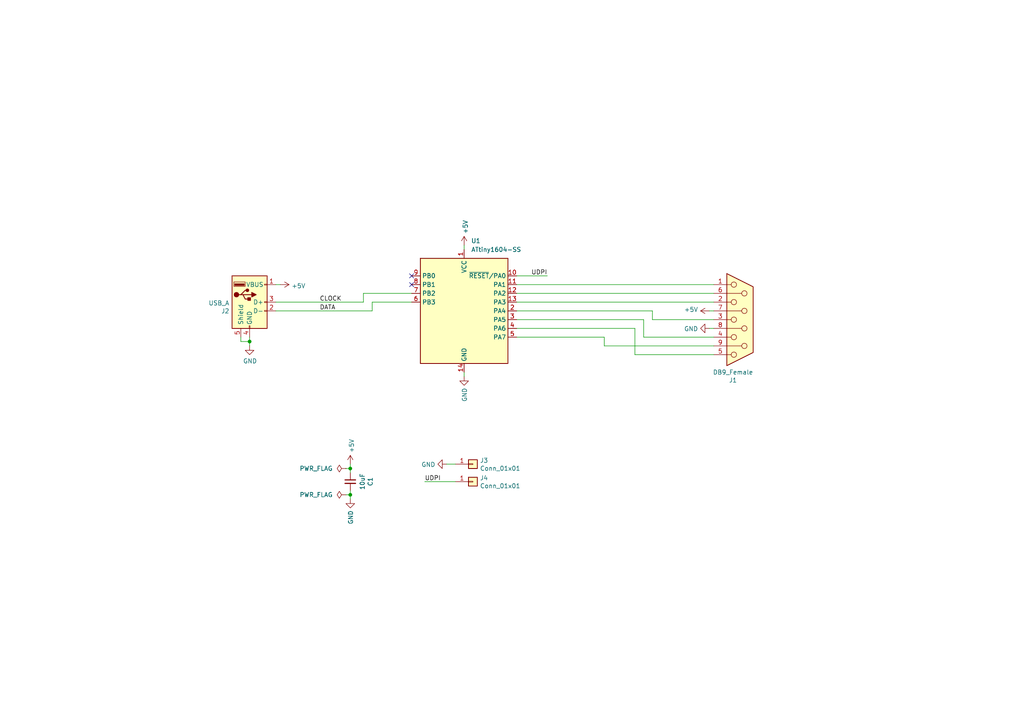
<source format=kicad_sch>
(kicad_sch (version 20211123) (generator eeschema)
  (paper "A4")
  (lib_symbols
    (symbol "Connector:DB9_Female" (pin_names (offset 1.016) hide)
      (property "Reference" "J" (at 0 13.97 0))
      (property "Value" "DB9_Female" (at 0 -14.605 0))
      (symbol "DB9_Female_0_1"
        (circle (center -1.778 -10.16) (radius 0.762))
        (circle (center -1.778 -5.08) (radius 0.762))
        (circle (center -1.778 0) (radius 0.762))
        (circle (center -1.778 5.08) (radius 0.762))
        (circle (center -1.778 10.16) (radius 0.762))
        (polyline (pts (xy -3.81 -10.16) (xy -2.54 -10.16)))
        (polyline (pts (xy -3.81 -7.62) (xy 0.508 -7.62)))
        (polyline (pts (xy -3.81 -5.08) (xy -2.54 -5.08)))
        (polyline (pts (xy -3.81 -2.54) (xy 0.508 -2.54)))
        (polyline (pts (xy -3.81 0) (xy -2.54 0)))
        (polyline (pts (xy -3.81 2.54) (xy 0.508 2.54)))
        (polyline (pts (xy -3.81 5.08) (xy -2.54 5.08)))
        (polyline (pts (xy -3.81 7.62) (xy 0.508 7.62)))
        (polyline (pts (xy -3.81 10.16) (xy -2.54 10.16)))
        (polyline (pts (xy -3.81 13.335) (xy -3.81 -13.335) (xy 3.81 -9.525) (xy 3.81 9.525) (xy -3.81 13.335)) (stroke (width 0.254)) (fill (type background)))
        (circle (center 1.27 -7.62) (radius 0.762))
        (circle (center 1.27 -2.54) (radius 0.762))
        (circle (center 1.27 2.54) (radius 0.762))
        (circle (center 1.27 7.62) (radius 0.762))
      )
      (symbol "DB9_Female_1_1"
        (pin passive line (at -7.62 10.16 0) (length 3.81) (name "1") (number "1"))
        (pin passive line (at -7.62 5.08 0) (length 3.81) (name "2") (number "2"))
        (pin passive line (at -7.62 0 0) (length 3.81) (name "3") (number "3"))
        (pin passive line (at -7.62 -5.08 0) (length 3.81) (name "4") (number "4"))
        (pin passive line (at -7.62 -10.16 0) (length 3.81) (name "5") (number "5"))
        (pin passive line (at -7.62 7.62 0) (length 3.81) (name "6") (number "6"))
        (pin passive line (at -7.62 2.54 0) (length 3.81) (name "7") (number "7"))
        (pin passive line (at -7.62 -2.54 0) (length 3.81) (name "8") (number "8"))
        (pin passive line (at -7.62 -7.62 0) (length 3.81) (name "9") (number "9"))
      )
    )
    (symbol "Connector_Generic:Conn_01x01" (pin_names (offset 1.016) hide)
      (property "Reference" "J" (at 0 2.54 0))
      (property "Value" "Conn_01x01" (at 0 -2.54 0))
      (symbol "Conn_01x01_1_1"
        (rectangle (start -1.27 0.127) (end 0 -0.127) (stroke (width 0.1524)))
        (rectangle (start -1.27 1.27) (end 1.27 -1.27) (stroke (width 0.254)) (fill (type background)))
        (pin passive line (at -5.08 0 0) (length 3.81) (name "Pin_1") (number "1"))
      )
    )
    (symbol "Device:C_Small" (pin_numbers hide) (pin_names (offset 0.254) hide)
      (property "Reference" "C" (at 0.254 1.778 0))
      (property "Value" "C_Small" (at 0.254 -2.032 0))
      (symbol "C_Small_0_1"
        (polyline (pts (xy -1.524 -0.508) (xy 1.524 -0.508)) (stroke (width 0.3302)))
        (polyline (pts (xy -1.524 0.508) (xy 1.524 0.508)) (stroke (width 0.3048)))
      )
      (symbol "C_Small_1_1"
        (pin passive line (at 0 2.54 270) (length 2.032) (name "~") (number "1"))
        (pin passive line (at 0 -2.54 90) (length 2.032) (name "~") (number "2"))
      )
    )
    (symbol "MCU_Microchip_ATtiny:ATtiny1604-SS"
      (property "Reference" "U" (at -12.7 16.51 0))
      (property "Value" "ATtiny1604-SS" (at 2.54 -16.51 0))
      (symbol "ATtiny1604-SS_0_1"
        (rectangle (start -12.7 -15.24) (end 12.7 15.24) (stroke (width 0.254)) (fill (type background)))
      )
      (symbol "ATtiny1604-SS_1_1"
        (pin power_in line (at 0 17.78 270) (length 2.54) (name "VCC") (number "1"))
        (pin bidirectional line (at 15.24 10.16 180) (length 2.54) (name "~{RESET}/PA0") (number "10"))
        (pin bidirectional line (at 15.24 7.62 180) (length 2.54) (name "PA1") (number "11"))
        (pin bidirectional line (at 15.24 5.08 180) (length 2.54) (name "PA2") (number "12"))
        (pin bidirectional line (at 15.24 2.54 180) (length 2.54) (name "PA3") (number "13"))
        (pin power_in line (at 0 -17.78 90) (length 2.54) (name "GND") (number "14"))
        (pin bidirectional line (at 15.24 0 180) (length 2.54) (name "PA4") (number "2"))
        (pin bidirectional line (at 15.24 -2.54 180) (length 2.54) (name "PA5") (number "3"))
        (pin bidirectional line (at 15.24 -5.08 180) (length 2.54) (name "PA6") (number "4"))
        (pin bidirectional line (at 15.24 -7.62 180) (length 2.54) (name "PA7") (number "5"))
        (pin bidirectional line (at -15.24 2.54 0) (length 2.54) (name "PB3") (number "6"))
        (pin bidirectional line (at -15.24 5.08 0) (length 2.54) (name "PB2") (number "7"))
        (pin bidirectional line (at -15.24 7.62 0) (length 2.54) (name "PB1") (number "8"))
        (pin bidirectional line (at -15.24 10.16 0) (length 2.54) (name "PB0") (number "9"))
      )
    )
    (symbol "adapter-rescue:USB_A-Connector" (pin_names (offset 1.016))
      (property "Reference" "J" (at -5.08 11.43 0))
      (property "Value" "USB_A-Connector" (at -5.08 8.89 0))
      (symbol "USB_A-Connector_0_1"
        (rectangle (start -5.08 -7.62) (end 5.08 7.62) (stroke (width 0.254)) (fill (type background)))
        (circle (center -3.81 2.159) (radius 0.635) (stroke (width 0.254)) (fill (type outline)))
        (rectangle (start -1.524 4.826) (end -4.318 5.334) (fill (type outline)))
        (rectangle (start -1.27 4.572) (end -4.572 5.842))
        (circle (center -0.635 3.429) (radius 0.381) (stroke (width 0.254)) (fill (type outline)))
        (rectangle (start -0.127 -7.62) (end 0.127 -6.858))
        (polyline (pts (xy -3.175 2.159) (xy -2.54 2.159) (xy -1.27 3.429) (xy -0.635 3.429)) (stroke (width 0.254)))
        (polyline (pts (xy -2.54 2.159) (xy -1.905 2.159) (xy -1.27 0.889) (xy 0 0.889)) (stroke (width 0.254)))
        (polyline (pts (xy 0.635 2.794) (xy 0.635 1.524) (xy 1.905 2.159) (xy 0.635 2.794)) (stroke (width 0.254)) (fill (type outline)))
        (rectangle (start 0.254 1.27) (end -0.508 0.508) (stroke (width 0.254)) (fill (type outline)))
        (rectangle (start 5.08 -2.667) (end 4.318 -2.413))
        (rectangle (start 5.08 -0.127) (end 4.318 0.127))
        (rectangle (start 5.08 4.953) (end 4.318 5.207))
      )
      (symbol "USB_A-Connector_1_1"
        (polyline (pts (xy -1.905 2.159) (xy 0.635 2.159)) (stroke (width 0.254)))
        (pin power_in line (at 7.62 5.08 180) (length 2.54) (name "VBUS") (number "1"))
        (pin passive line (at 7.62 -2.54 180) (length 2.54) (name "D-") (number "2"))
        (pin passive line (at 7.62 0 180) (length 2.54) (name "D+") (number "3"))
        (pin power_in line (at 0 -10.16 90) (length 2.54) (name "GND") (number "4"))
        (pin passive line (at -2.54 -10.16 90) (length 2.54) (name "Shield") (number "5"))
      )
    )
    (symbol "power:+5V" (power) (pin_names (offset 0))
      (property "Value" "+5V" (at 0 3.556 0))
      (symbol "+5V_0_1"
        (polyline (pts (xy -0.762 1.27) (xy 0 2.54)))
        (polyline (pts (xy 0 0) (xy 0 2.54)))
        (polyline (pts (xy 0 2.54) (xy 0.762 1.27)))
      )
      (symbol "+5V_1_1"
        (pin power_in line (at 0 0 90) (length 0) hide (name "+5V") (number "1"))
      )
    )
    (symbol "power:GND" (power) (pin_names (offset 0))
      (property "Value" "GND" (at 0 -3.81 0))
      (symbol "GND_0_1"
        (polyline (pts (xy 0 0) (xy 0 -1.27) (xy 1.27 -1.27) (xy 0 -2.54) (xy -1.27 -1.27) (xy 0 -1.27)))
      )
      (symbol "GND_1_1"
        (pin power_in line (at 0 0 270) (length 0) hide (name "GND") (number "1"))
      )
    )
    (symbol "power:PWR_FLAG" (power) (pin_numbers hide) (pin_names (offset 0) hide)
      (property "Value" "PWR_FLAG" (at 0 3.81 0))
      (symbol "PWR_FLAG_0_0"
        (pin power_out line (at 0 0 90) (length 0) (name "pwr") (number "1"))
      )
      (symbol "PWR_FLAG_0_1"
        (polyline (pts (xy 0 0) (xy 0 1.27) (xy -1.016 1.905) (xy 0 2.54) (xy 1.016 1.905) (xy 0 1.27)))
      )
    )
  )
  (junction (at 72.39 99.06))
  (junction (at 101.6 143.51))
  (junction (at 101.6 135.89))
  (no_connect (at 119.38 80.01))
  (no_connect (at 119.38 82.55))
  (wire (pts (xy 149.86 87.63) (xy 207.01 87.63)))
  (wire (pts (xy 101.6 135.89) (xy 101.6 137.16)))
  (wire (pts (xy 107.95 87.63) (xy 119.38 87.63)))
  (wire (pts (xy 101.6 142.24) (xy 101.6 143.51)))
  (wire (pts (xy 189.23 90.17) (xy 189.23 92.71)))
  (wire (pts (xy 207.01 100.33) (xy 175.26 100.33)))
  (wire (pts (xy 105.41 85.09) (xy 119.38 85.09)))
  (wire (pts (xy 80.01 82.55) (xy 81.28 82.55)))
  (wire (pts (xy 134.62 71.12) (xy 134.62 72.39)))
  (wire (pts (xy 80.01 87.63) (xy 105.41 87.63)))
  (wire (pts (xy 100.33 143.51) (xy 101.6 143.51)))
  (wire (pts (xy 149.86 92.71) (xy 186.69 92.71)))
  (wire (pts (xy 72.39 99.06) (xy 72.39 100.33)))
  (wire (pts (xy 72.39 97.79) (xy 72.39 99.06)))
  (wire (pts (xy 107.95 90.17) (xy 107.95 87.63)))
  (wire (pts (xy 101.6 143.51) (xy 101.6 144.78)))
  (wire (pts (xy 72.39 99.06) (xy 69.85 99.06)))
  (wire (pts (xy 207.01 90.17) (xy 205.74 90.17)))
  (wire (pts (xy 149.86 80.01) (xy 158.75 80.01)))
  (wire (pts (xy 129.54 134.62) (xy 132.08 134.62)))
  (wire (pts (xy 184.15 102.87) (xy 207.01 102.87)))
  (wire (pts (xy 149.86 85.09) (xy 207.01 85.09)))
  (wire (pts (xy 186.69 97.79) (xy 207.01 97.79)))
  (wire (pts (xy 69.85 99.06) (xy 69.85 97.79)))
  (wire (pts (xy 149.86 95.25) (xy 184.15 95.25)))
  (wire (pts (xy 189.23 92.71) (xy 207.01 92.71)))
  (wire (pts (xy 100.33 135.89) (xy 101.6 135.89)))
  (wire (pts (xy 184.15 95.25) (xy 184.15 102.87)))
  (wire (pts (xy 207.01 95.25) (xy 205.74 95.25)))
  (wire (pts (xy 101.6 134.62) (xy 101.6 135.89)))
  (wire (pts (xy 175.26 100.33) (xy 175.26 97.79)))
  (wire (pts (xy 186.69 92.71) (xy 186.69 97.79)))
  (wire (pts (xy 175.26 97.79) (xy 149.86 97.79)))
  (wire (pts (xy 105.41 87.63) (xy 105.41 85.09)))
  (wire (pts (xy 149.86 90.17) (xy 189.23 90.17)))
  (wire (pts (xy 80.01 90.17) (xy 107.95 90.17)))
  (wire (pts (xy 132.08 139.7) (xy 123.19 139.7)))
  (wire (pts (xy 134.62 107.95) (xy 134.62 109.22)))
  (wire (pts (xy 149.86 82.55) (xy 207.01 82.55)))
  (label "UDPI" (at 158.75 80.01 180))
  (label "DATA" (at 92.71 90.17 0))
  (label "UDPI" (at 123.19 139.7 0))
  (label "CLOCK" (at 92.71 87.63 0))
  (symbol (lib_id "adapter-rescue:USB_A-Connector") (at 72.39 87.63 0) (unit 1)
    (property "Reference" "J2" (at 66.548 90.2208 0) (effects (justify right)))
    (property "Value" "USB_A" (at 66.548 87.9094 0) (effects (justify right)))
    (property "Footprint" "Connector_USB:USB_A_TE_292303-7_Horizontal" (effects hide))
    (property "Datasheet" " ~" (effects hide))
  )
  (symbol (lib_id "power:GND") (at 72.39 100.33 0) (unit 1)
    (property "Reference" "#PWR0102" (effects hide))
    (property "Value" "GND" (at 72.517 104.7242 0))
  )
  (symbol (lib_id "power:+5V") (at 81.28 82.55 270) (unit 1)
    (property "Reference" "#PWR0104" (effects hide))
    (property "Value" "+5V" (at 84.5312 82.931 90) (effects (justify left)))
  )
  (symbol (lib_id "Connector:DB9_Female") (at 214.63 92.71 0) (unit 1)
    (property "Reference" "J1" (at 212.598 110.2868 0))
    (property "Value" "DB9_Female" (at 212.598 107.9754 0))
    (property "Footprint" "Connector_Dsub:DSUB-9_Female_EdgeMount_P2.77mm" (effects hide))
    (property "Datasheet" " ~" (effects hide))
  )
  (symbol (lib_id "power:GND") (at 205.74 95.25 270) (unit 1)
    (property "Reference" "#PWR0105" (effects hide))
    (property "Value" "GND" (at 202.4888 95.377 90) (effects (justify right)))
  )
  (symbol (lib_id "power:+5V") (at 205.74 90.17 90) (unit 1)
    (property "Reference" "#PWR0106" (effects hide))
    (property "Value" "+5V" (at 202.4888 89.789 90) (effects (justify left)))
  )
  (symbol (lib_id "Device:C_Small") (at 101.6 139.7 0) (unit 1)
    (property "Reference" "C1" (at 107.4166 139.7 90))
    (property "Value" "10uF" (at 105.1052 139.7 90))
    (property "Footprint" "Capacitor_SMD:C_0805_2012Metric_Pad1.18x1.45mm_HandSolder" (effects hide))
  )
  (symbol (lib_id "power:+5V") (at 101.6 134.62 0) (unit 1)
    (property "Reference" "#PWR0107" (effects hide))
    (property "Value" "+5V" (at 101.981 131.3688 90) (effects (justify left)))
  )
  (symbol (lib_id "power:GND") (at 101.6 144.78 0) (unit 1)
    (property "Reference" "#PWR0108" (effects hide))
    (property "Value" "GND" (at 101.727 148.0312 90) (effects (justify right)))
  )
  (symbol (lib_id "Connector_Generic:Conn_01x01") (at 137.16 134.62 0) (unit 1)
    (property "Reference" "J3" (at 139.192 133.5532 0) (effects (justify left)))
    (property "Value" "Conn_01x01" (at 139.192 135.8646 0) (effects (justify left)))
    (property "Footprint" "TestPoint:TestPoint_Pad_3.0x3.0mm" (effects hide))
  )
  (symbol (lib_id "Connector_Generic:Conn_01x01") (at 137.16 139.7 0) (unit 1)
    (property "Reference" "J4" (at 139.192 138.6332 0) (effects (justify left)))
    (property "Value" "Conn_01x01" (at 139.192 140.9446 0) (effects (justify left)))
    (property "Footprint" "TestPoint:TestPoint_Pad_3.0x3.0mm" (effects hide))
  )
  (symbol (lib_id "power:GND") (at 129.54 134.62 270) (unit 1)
    (property "Reference" "#PWR0109" (effects hide))
    (property "Value" "GND" (at 126.2888 134.747 90) (effects (justify right)))
  )
  (symbol (lib_id "power:PWR_FLAG") (at 100.33 143.51 90) (unit 1)
    (property "Reference" "#FLG?" (effects hide))
    (property "Value" "PWR_FLAG" (at 96.52 143.5099 90) (effects (justify left)))
  )
  (symbol (lib_id "power:GND") (at 134.62 109.22 0) (unit 1)
    (property "Reference" "#PWR0103" (effects hide))
    (property "Value" "GND" (at 134.747 112.4712 90) (effects (justify right)))
  )
  (symbol (lib_id "power:PWR_FLAG") (at 100.33 135.89 90) (unit 1)
    (property "Reference" "#FLG?" (effects hide))
    (property "Value" "PWR_FLAG" (at 96.52 135.8899 90) (effects (justify left)))
  )
  (symbol (lib_id "MCU_Microchip_ATtiny:ATtiny1604-SS") (at 134.62 90.17 0) (unit 1)
    (property "Reference" "U1" (at 136.6394 69.85 0) (effects (justify left)))
    (property "Value" "ATtiny1604-SS" (at 136.6394 72.39 0) (effects (justify left)))
    (property "Footprint" "Package_SO:SOIC-14_3.9x8.7mm_P1.27mm" (effects hide))
    (property "Datasheet" "http://ww1.microchip.com/downloads/en/DeviceDoc/ATtiny804_1604-Data-Sheet-40002028A.pdf" (effects hide))
  )
  (symbol (lib_id "power:+5V") (at 134.62 71.12 0) (unit 1)
    (property "Reference" "#PWR0101" (effects hide))
    (property "Value" "+5V" (at 135.001 67.8688 90) (effects (justify left)))
  )
)
</source>
